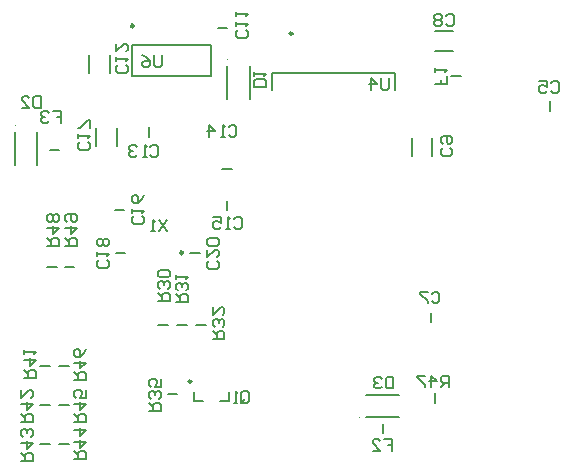
<source format=gbo>
G04 Layer_Color=32896*
%FSLAX43Y43*%
%MOMM*%
G71*
G01*
G75*
%ADD40C,0.200*%
%ADD63C,0.250*%
%ADD65C,0.150*%
%ADD108C,0.100*%
D40*
X12000Y19400D02*
X12800D01*
X10500D02*
X11300D01*
X43300Y7900D02*
Y8700D01*
X11500Y11000D02*
X12300D01*
X11500Y7700D02*
X12300D01*
X11500Y4400D02*
X12300D01*
X9900D02*
X10700D01*
X9900Y7700D02*
X10700D01*
X9900Y11000D02*
X10700D01*
X20700Y8600D02*
X21500D01*
X23100Y14500D02*
X23900D01*
X21500D02*
X22300D01*
X19900D02*
X20700D01*
X10700Y29300D02*
X11500D01*
X38900Y5300D02*
Y6100D01*
X44700Y35600D02*
X45500D01*
X22615Y20583D02*
X23415D01*
X16300Y20600D02*
X17100D01*
X16200Y24200D02*
X17000D01*
X25700D02*
Y25000D01*
X25300Y27700D02*
X26100D01*
X19100Y30400D02*
Y31200D01*
X24950Y39594D02*
X25750D01*
X43000Y14700D02*
Y15500D01*
X53100Y32600D02*
Y33400D01*
X37500Y6650D02*
X40300D01*
X37500Y8550D02*
X40300D01*
X7750Y28000D02*
Y30800D01*
X9650Y28000D02*
Y30800D01*
X25750Y33600D02*
Y36400D01*
X27650Y33600D02*
Y36400D01*
X24400Y35544D02*
Y38144D01*
X17700Y35544D02*
Y38144D01*
Y35544D02*
X24400D01*
X17700Y38144D02*
X24400D01*
X29525Y35795D02*
X39925D01*
Y34345D02*
Y35795D01*
X29525Y34345D02*
Y35795D01*
X22900Y8000D02*
Y8827D01*
Y8000D02*
X23675D01*
X25900D02*
Y8827D01*
X25125Y8000D02*
X25900D01*
X53134Y34933D02*
X53300Y35100D01*
X53633D01*
X53800Y34933D01*
Y34267D01*
X53633Y34100D01*
X53300D01*
X53134Y34267D01*
X52134Y35100D02*
X52800D01*
Y34600D01*
X52467Y34766D01*
X52300D01*
X52134Y34600D01*
Y34267D01*
X52300Y34100D01*
X52634D01*
X52800Y34267D01*
X43034Y17133D02*
X43200Y17300D01*
X43533D01*
X43700Y17133D01*
Y16467D01*
X43533Y16300D01*
X43200D01*
X43034Y16467D01*
X42700Y17300D02*
X42034D01*
Y17133D01*
X42700Y16467D01*
Y16300D01*
X44234Y40633D02*
X44400Y40800D01*
X44733D01*
X44900Y40633D01*
Y39967D01*
X44733Y39800D01*
X44400D01*
X44234Y39967D01*
X43900Y40633D02*
X43734Y40800D01*
X43400D01*
X43234Y40633D01*
Y40466D01*
X43400Y40300D01*
X43234Y40133D01*
Y39967D01*
X43400Y39800D01*
X43734D01*
X43900Y39967D01*
Y40133D01*
X43734Y40300D01*
X43900Y40466D01*
Y40633D01*
X43734Y40300D02*
X43400D01*
X44633Y29466D02*
X44800Y29300D01*
Y28967D01*
X44633Y28800D01*
X43967D01*
X43800Y28967D01*
Y29300D01*
X43967Y29466D01*
Y29800D02*
X43800Y29966D01*
Y30300D01*
X43967Y30466D01*
X44633D01*
X44800Y30300D01*
Y29966D01*
X44633Y29800D01*
X44466D01*
X44300Y29966D01*
Y30466D01*
X27333Y39466D02*
X27500Y39300D01*
Y38967D01*
X27333Y38800D01*
X26667D01*
X26500Y38967D01*
Y39300D01*
X26667Y39466D01*
X26500Y39800D02*
Y40133D01*
Y39966D01*
X27500D01*
X27333Y39800D01*
X26500Y40633D02*
Y40966D01*
Y40799D01*
X27500D01*
X27333Y40633D01*
X17133Y36466D02*
X17300Y36300D01*
Y35967D01*
X17133Y35800D01*
X16467D01*
X16300Y35967D01*
Y36300D01*
X16467Y36466D01*
X16300Y36800D02*
Y37133D01*
Y36966D01*
X17300D01*
X17133Y36800D01*
X16300Y38299D02*
Y37633D01*
X16966Y38299D01*
X17133D01*
X17300Y38133D01*
Y37799D01*
X17133Y37633D01*
X19234Y29533D02*
X19400Y29700D01*
X19733D01*
X19900Y29533D01*
Y28867D01*
X19733Y28700D01*
X19400D01*
X19234Y28867D01*
X18900Y28700D02*
X18567D01*
X18734D01*
Y29700D01*
X18900Y29533D01*
X18067D02*
X17901Y29700D01*
X17567D01*
X17401Y29533D01*
Y29366D01*
X17567Y29200D01*
X17734D01*
X17567D01*
X17401Y29033D01*
Y28867D01*
X17567Y28700D01*
X17901D01*
X18067Y28867D01*
X25847Y31264D02*
X26014Y31430D01*
X26347D01*
X26513Y31264D01*
Y30597D01*
X26347Y30431D01*
X26014D01*
X25847Y30597D01*
X25514Y30431D02*
X25181D01*
X25347D01*
Y31430D01*
X25514Y31264D01*
X24181Y30431D02*
Y31430D01*
X24681Y30931D01*
X24014D01*
X26334Y23433D02*
X26500Y23600D01*
X26833D01*
X27000Y23433D01*
Y22767D01*
X26833Y22600D01*
X26500D01*
X26334Y22767D01*
X26000Y22600D02*
X25667D01*
X25834D01*
Y23600D01*
X26000Y23433D01*
X24501Y23600D02*
X25167D01*
Y23100D01*
X24834Y23266D01*
X24667D01*
X24501Y23100D01*
Y22767D01*
X24667Y22600D01*
X25001D01*
X25167Y22767D01*
X18533Y23666D02*
X18700Y23500D01*
Y23167D01*
X18533Y23000D01*
X17867D01*
X17700Y23167D01*
Y23500D01*
X17867Y23666D01*
X17700Y24000D02*
Y24333D01*
Y24166D01*
X18700D01*
X18533Y24000D01*
X18700Y25499D02*
X18533Y25166D01*
X18200Y24833D01*
X17867D01*
X17700Y24999D01*
Y25333D01*
X17867Y25499D01*
X18033D01*
X18200Y25333D01*
Y24833D01*
X13933Y29966D02*
X14100Y29800D01*
Y29467D01*
X13933Y29300D01*
X13267D01*
X13100Y29467D01*
Y29800D01*
X13267Y29966D01*
X13100Y30300D02*
Y30633D01*
Y30466D01*
X14100D01*
X13933Y30300D01*
X14100Y31133D02*
Y31799D01*
X13933D01*
X13267Y31133D01*
X13100D01*
X15533Y19966D02*
X15700Y19800D01*
Y19467D01*
X15533Y19300D01*
X14867D01*
X14700Y19467D01*
Y19800D01*
X14867Y19966D01*
X14700Y20300D02*
Y20633D01*
Y20466D01*
X15700D01*
X15533Y20300D01*
Y21133D02*
X15700Y21299D01*
Y21633D01*
X15533Y21799D01*
X15366D01*
X15200Y21633D01*
X15033Y21799D01*
X14867D01*
X14700Y21633D01*
Y21299D01*
X14867Y21133D01*
X15033D01*
X15200Y21299D01*
X15366Y21133D01*
X15533D01*
X15200Y21299D02*
Y21633D01*
X24833Y19866D02*
X25000Y19700D01*
Y19367D01*
X24833Y19200D01*
X24167D01*
X24000Y19367D01*
Y19700D01*
X24167Y19866D01*
X24000Y20866D02*
Y20200D01*
X24666Y20866D01*
X24833D01*
X25000Y20700D01*
Y20366D01*
X24833Y20200D01*
Y21199D02*
X25000Y21366D01*
Y21699D01*
X24833Y21866D01*
X24167D01*
X24000Y21699D01*
Y21366D01*
X24167Y21199D01*
X24833D01*
X29000Y34600D02*
X28000D01*
Y35100D01*
X28167Y35266D01*
X28833D01*
X29000Y35100D01*
Y34600D01*
X28000Y35600D02*
Y35933D01*
Y35766D01*
X29000D01*
X28833Y35600D01*
X9987Y33845D02*
Y32845D01*
X9488D01*
X9321Y33012D01*
Y33678D01*
X9488Y33845D01*
X9987D01*
X8321Y32845D02*
X8988D01*
X8321Y33511D01*
Y33678D01*
X8488Y33845D01*
X8821D01*
X8988Y33678D01*
X39800Y10100D02*
Y9100D01*
X39300D01*
X39134Y9267D01*
Y9933D01*
X39300Y10100D01*
X39800D01*
X38800Y9933D02*
X38634Y10100D01*
X38300D01*
X38134Y9933D01*
Y9766D01*
X38300Y9600D01*
X38467D01*
X38300D01*
X38134Y9433D01*
Y9267D01*
X38300Y9100D01*
X38634D01*
X38800Y9267D01*
X44300Y35566D02*
Y34900D01*
X43800D01*
Y35233D01*
Y34900D01*
X43300D01*
Y35900D02*
Y36233D01*
Y36066D01*
X44300D01*
X44133Y35900D01*
X39034Y4800D02*
X39700D01*
Y4300D01*
X39367D01*
X39700D01*
Y3800D01*
X38034D02*
X38700D01*
X38034Y4466D01*
Y4633D01*
X38200Y4800D01*
X38534D01*
X38700Y4633D01*
X11002Y32575D02*
X11668D01*
Y32075D01*
X11335D01*
X11668D01*
Y31575D01*
X10669Y32408D02*
X10502Y32575D01*
X10169D01*
X10002Y32408D01*
Y32241D01*
X10169Y32075D01*
X10335D01*
X10169D01*
X10002Y31908D01*
Y31742D01*
X10169Y31575D01*
X10502D01*
X10669Y31742D01*
X26934Y8067D02*
Y8733D01*
X27100Y8900D01*
X27433D01*
X27600Y8733D01*
Y8067D01*
X27433Y7900D01*
X27100D01*
X27267Y8233D02*
X26934Y7900D01*
X27100D02*
X26934Y8067D01*
X26600Y7900D02*
X26267D01*
X26434D01*
Y8900D01*
X26600Y8733D01*
X19900Y16500D02*
X20900D01*
Y17000D01*
X20733Y17166D01*
X20400D01*
X20233Y17000D01*
Y16500D01*
Y16833D02*
X19900Y17166D01*
X20733Y17500D02*
X20900Y17666D01*
Y18000D01*
X20733Y18166D01*
X20566D01*
X20400Y18000D01*
Y17833D01*
Y18000D01*
X20233Y18166D01*
X20067D01*
X19900Y18000D01*
Y17666D01*
X20067Y17500D01*
X20733Y18499D02*
X20900Y18666D01*
Y18999D01*
X20733Y19166D01*
X20067D01*
X19900Y18999D01*
Y18666D01*
X20067Y18499D01*
X20733D01*
X21400Y16400D02*
X22400D01*
Y16900D01*
X22233Y17066D01*
X21900D01*
X21733Y16900D01*
Y16400D01*
Y16733D02*
X21400Y17066D01*
X22233Y17400D02*
X22400Y17566D01*
Y17900D01*
X22233Y18066D01*
X22066D01*
X21900Y17900D01*
Y17733D01*
Y17900D01*
X21733Y18066D01*
X21567D01*
X21400Y17900D01*
Y17566D01*
X21567Y17400D01*
X21400Y18399D02*
Y18733D01*
Y18566D01*
X22400D01*
X22233Y18399D01*
X24500Y13300D02*
X25500D01*
Y13800D01*
X25333Y13966D01*
X25000D01*
X24833Y13800D01*
Y13300D01*
Y13633D02*
X24500Y13966D01*
X25333Y14300D02*
X25500Y14466D01*
Y14800D01*
X25333Y14966D01*
X25166D01*
X25000Y14800D01*
Y14633D01*
Y14800D01*
X24833Y14966D01*
X24667D01*
X24500Y14800D01*
Y14466D01*
X24667Y14300D01*
X24500Y15966D02*
Y15299D01*
X25166Y15966D01*
X25333D01*
X25500Y15799D01*
Y15466D01*
X25333Y15299D01*
X19100Y7200D02*
X20100D01*
Y7700D01*
X19933Y7866D01*
X19600D01*
X19433Y7700D01*
Y7200D01*
Y7533D02*
X19100Y7866D01*
X19933Y8200D02*
X20100Y8366D01*
Y8700D01*
X19933Y8866D01*
X19766D01*
X19600Y8700D01*
Y8533D01*
Y8700D01*
X19433Y8866D01*
X19267D01*
X19100Y8700D01*
Y8366D01*
X19267Y8200D01*
X20100Y9866D02*
Y9199D01*
X19600D01*
X19766Y9533D01*
Y9699D01*
X19600Y9866D01*
X19267D01*
X19100Y9699D01*
Y9366D01*
X19267Y9199D01*
X8500Y10000D02*
X9500D01*
Y10500D01*
X9333Y10666D01*
X9000D01*
X8833Y10500D01*
Y10000D01*
Y10333D02*
X8500Y10666D01*
Y11500D02*
X9500D01*
X9000Y11000D01*
Y11666D01*
X8500Y11999D02*
Y12333D01*
Y12166D01*
X9500D01*
X9333Y11999D01*
X8300Y6300D02*
X9300D01*
Y6800D01*
X9133Y6966D01*
X8800D01*
X8633Y6800D01*
Y6300D01*
Y6633D02*
X8300Y6966D01*
Y7800D02*
X9300D01*
X8800Y7300D01*
Y7966D01*
X8300Y8966D02*
Y8299D01*
X8966Y8966D01*
X9133D01*
X9300Y8799D01*
Y8466D01*
X9133Y8299D01*
X8300Y3000D02*
X9300D01*
Y3500D01*
X9133Y3666D01*
X8800D01*
X8633Y3500D01*
Y3000D01*
Y3333D02*
X8300Y3666D01*
Y4500D02*
X9300D01*
X8800Y4000D01*
Y4666D01*
X9133Y4999D02*
X9300Y5166D01*
Y5499D01*
X9133Y5666D01*
X8966D01*
X8800Y5499D01*
Y5333D01*
Y5499D01*
X8633Y5666D01*
X8467D01*
X8300Y5499D01*
Y5166D01*
X8467Y4999D01*
X12800Y3100D02*
X13800D01*
Y3600D01*
X13633Y3766D01*
X13300D01*
X13133Y3600D01*
Y3100D01*
Y3433D02*
X12800Y3766D01*
Y4600D02*
X13800D01*
X13300Y4100D01*
Y4766D01*
X12800Y5599D02*
X13800D01*
X13300Y5099D01*
Y5766D01*
X12800Y6300D02*
X13800D01*
Y6800D01*
X13633Y6966D01*
X13300D01*
X13133Y6800D01*
Y6300D01*
Y6633D02*
X12800Y6966D01*
Y7800D02*
X13800D01*
X13300Y7300D01*
Y7966D01*
X13800Y8966D02*
Y8299D01*
X13300D01*
X13466Y8633D01*
Y8799D01*
X13300Y8966D01*
X12967D01*
X12800Y8799D01*
Y8466D01*
X12967Y8299D01*
X12800Y9800D02*
X13800D01*
Y10300D01*
X13633Y10466D01*
X13300D01*
X13133Y10300D01*
Y9800D01*
Y10133D02*
X12800Y10466D01*
Y11300D02*
X13800D01*
X13300Y10800D01*
Y11466D01*
X13800Y12466D02*
X13633Y12133D01*
X13300Y11799D01*
X12967D01*
X12800Y11966D01*
Y12299D01*
X12967Y12466D01*
X13133D01*
X13300Y12299D01*
Y11799D01*
X44500Y9200D02*
Y10200D01*
X44000D01*
X43834Y10033D01*
Y9700D01*
X44000Y9533D01*
X44500D01*
X44167D02*
X43834Y9200D01*
X43000D02*
Y10200D01*
X43500Y9700D01*
X42834D01*
X42501Y10200D02*
X41834D01*
Y10033D01*
X42501Y9367D01*
Y9200D01*
X10500Y21200D02*
X11500D01*
Y21700D01*
X11333Y21866D01*
X11000D01*
X10833Y21700D01*
Y21200D01*
Y21533D02*
X10500Y21866D01*
Y22700D02*
X11500D01*
X11000Y22200D01*
Y22866D01*
X11333Y23199D02*
X11500Y23366D01*
Y23699D01*
X11333Y23866D01*
X11166D01*
X11000Y23699D01*
X10833Y23866D01*
X10667D01*
X10500Y23699D01*
Y23366D01*
X10667Y23199D01*
X10833D01*
X11000Y23366D01*
X11166Y23199D01*
X11333D01*
X11000Y23366D02*
Y23699D01*
X12000Y21200D02*
X13000D01*
Y21700D01*
X12833Y21866D01*
X12500D01*
X12333Y21700D01*
Y21200D01*
Y21533D02*
X12000Y21866D01*
Y22700D02*
X13000D01*
X12500Y22200D01*
Y22866D01*
X12167Y23199D02*
X12000Y23366D01*
Y23699D01*
X12167Y23866D01*
X12833D01*
X13000Y23699D01*
Y23366D01*
X12833Y23199D01*
X12666D01*
X12500Y23366D01*
Y23866D01*
X39400Y35400D02*
Y34567D01*
X39233Y34400D01*
X38900D01*
X38734Y34567D01*
Y35400D01*
X37900Y34400D02*
Y35400D01*
X38400Y34900D01*
X37734D01*
X20200Y37300D02*
Y36467D01*
X20033Y36300D01*
X19700D01*
X19534Y36467D01*
Y37300D01*
X18534D02*
X18867Y37133D01*
X19200Y36800D01*
Y36467D01*
X19034Y36300D01*
X18700D01*
X18534Y36467D01*
Y36633D01*
X18700Y36800D01*
X19200D01*
X20600Y23400D02*
X19934Y22400D01*
Y23400D02*
X20600Y22400D01*
X19600D02*
X19267D01*
X19434D01*
Y23400D01*
X19600Y23233D01*
D63*
X17825Y39794D02*
G03*
X17825Y39794I-125J0D01*
G01*
X31260Y39145D02*
G03*
X31260Y39145I-125J0D01*
G01*
X21975Y20600D02*
G03*
X21975Y20600I-125J0D01*
G01*
X22700Y9700D02*
G03*
X22700Y9700I-125J0D01*
G01*
D65*
X14650Y29650D02*
Y31150D01*
X16400Y29650D02*
Y31150D01*
X15800Y35844D02*
Y37344D01*
X14050Y35844D02*
Y37344D01*
X43100Y28795D02*
Y30295D01*
X41350Y28795D02*
Y30295D01*
X43350Y37650D02*
X44850D01*
X43350Y39400D02*
X44850D01*
D108*
X36975Y6650D02*
G03*
X36975Y6650I-50J0D01*
G01*
X7800Y31375D02*
G03*
X7800Y31375I-50J0D01*
G01*
X25800Y36975D02*
G03*
X25800Y36975I-50J0D01*
G01*
M02*

</source>
